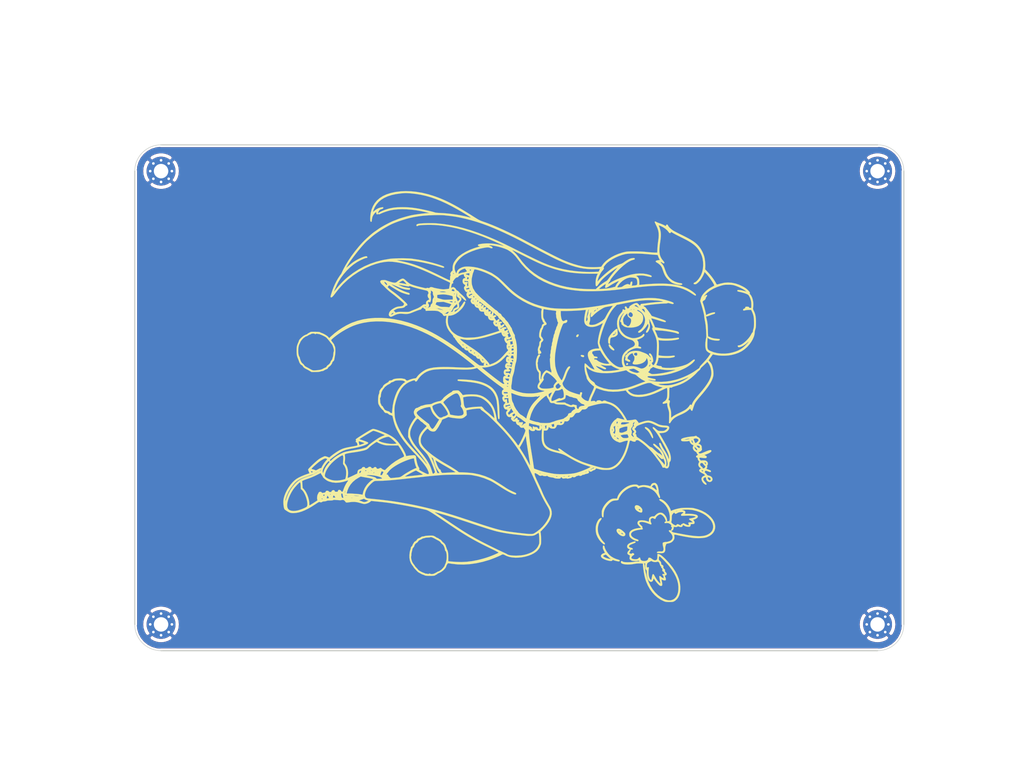
<source format=kicad_pcb>
(kicad_pcb (version 20171130) (host pcbnew "(5.1.4)-1")
  (layers (0 F.Cu signal) (31 B.Cu signal) (34 B.Paste user) (35 F.Paste user) (36 B.SilkS user) (37 F.SilkS user) (38 B.Mask user) (39 F.Mask user) (44 Edge.Cuts user))
  (net 0 "")
  (net 1 Earth)
  (module Project-Parts:silk (layer F.Cu) (at 245 179.5 270)
    (fp_text reference G*** hide)
    (fp_text value LOGO hide)
  )
  (module MountingHole:MountingHole_2.2mm_M2_Pad_Via (layer F.Cu) (at 190.5 145)
    (fp_text reference H4 hide)
    (fp_text value MountingHole_Pad)
    (pad 1 thru_hole circle (at 1.166726 -1.166726) (size 0.7 0.7) (drill 0.4) (layers *.Cu *.Mask) (net 1 Earth))
    (pad 1 thru_hole circle (at 0 -1.65) (size 0.7 0.7) (drill 0.4) (layers *.Cu *.Mask) (net 1 Earth))
    (pad 1 thru_hole circle (at -1.166726 -1.166726) (size 0.7 0.7) (drill 0.4) (layers *.Cu *.Mask) (net 1 Earth))
    (pad 1 thru_hole circle (at -1.65 0) (size 0.7 0.7) (drill 0.4) (layers *.Cu *.Mask) (net 1 Earth))
    (pad 1 thru_hole circle (at -1.166726 1.166726) (size 0.7 0.7) (drill 0.4) (layers *.Cu *.Mask) (net 1 Earth))
    (pad 1 thru_hole circle (at 0 1.65) (size 0.7 0.7) (drill 0.4) (layers *.Cu *.Mask) (net 1 Earth))
    (pad 1 thru_hole circle (at 1.166726 1.166726) (size 0.7 0.7) (drill 0.4) (layers *.Cu *.Mask) (net 1 Earth))
    (pad 1 thru_hole circle (at 1.65 0) (size 0.7 0.7) (drill 0.4) (layers *.Cu *.Mask) (net 1 Earth))
    (pad 1 thru_hole circle (at 0 0) (size 4.4 4.4) (drill 2.2) (layers *.Cu *.Mask) (net 1 Earth))
  )
  (module MountingHole:MountingHole_2.2mm_M2_Pad_Via (layer F.Cu) (at 190.5 214)
    (fp_text reference H3 hide)
    (fp_text value MountingHole_Pad)
    (pad 1 thru_hole circle (at 1.166726 -1.166726) (size 0.7 0.7) (drill 0.4) (layers *.Cu *.Mask) (net 1 Earth))
    (pad 1 thru_hole circle (at 0 -1.65) (size 0.7 0.7) (drill 0.4) (layers *.Cu *.Mask) (net 1 Earth))
    (pad 1 thru_hole circle (at -1.166726 -1.166726) (size 0.7 0.7) (drill 0.4) (layers *.Cu *.Mask) (net 1 Earth))
    (pad 1 thru_hole circle (at -1.65 0) (size 0.7 0.7) (drill 0.4) (layers *.Cu *.Mask) (net 1 Earth))
    (pad 1 thru_hole circle (at -1.166726 1.166726) (size 0.7 0.7) (drill 0.4) (layers *.Cu *.Mask) (net 1 Earth))
    (pad 1 thru_hole circle (at 0 1.65) (size 0.7 0.7) (drill 0.4) (layers *.Cu *.Mask) (net 1 Earth))
    (pad 1 thru_hole circle (at 1.166726 1.166726) (size 0.7 0.7) (drill 0.4) (layers *.Cu *.Mask) (net 1 Earth))
    (pad 1 thru_hole circle (at 1.65 0) (size 0.7 0.7) (drill 0.4) (layers *.Cu *.Mask) (net 1 Earth))
    (pad 1 thru_hole circle (at 0 0) (size 4.4 4.4) (drill 2.2) (layers *.Cu *.Mask) (net 1 Earth))
  )
  (module MountingHole:MountingHole_2.2mm_M2_Pad_Via (layer F.Cu) (at 299.5 214)
    (fp_text reference H2 hide)
    (fp_text value MountingHole_Pad)
    (pad 1 thru_hole circle (at 1.166726 -1.166726) (size 0.7 0.7) (drill 0.4) (layers *.Cu *.Mask) (net 1 Earth))
    (pad 1 thru_hole circle (at 0 -1.65) (size 0.7 0.7) (drill 0.4) (layers *.Cu *.Mask) (net 1 Earth))
    (pad 1 thru_hole circle (at -1.166726 -1.166726) (size 0.7 0.7) (drill 0.4) (layers *.Cu *.Mask) (net 1 Earth))
    (pad 1 thru_hole circle (at -1.65 0) (size 0.7 0.7) (drill 0.4) (layers *.Cu *.Mask) (net 1 Earth))
    (pad 1 thru_hole circle (at -1.166726 1.166726) (size 0.7 0.7) (drill 0.4) (layers *.Cu *.Mask) (net 1 Earth))
    (pad 1 thru_hole circle (at 0 1.65) (size 0.7 0.7) (drill 0.4) (layers *.Cu *.Mask) (net 1 Earth))
    (pad 1 thru_hole circle (at 1.166726 1.166726) (size 0.7 0.7) (drill 0.4) (layers *.Cu *.Mask) (net 1 Earth))
    (pad 1 thru_hole circle (at 1.65 0) (size 0.7 0.7) (drill 0.4) (layers *.Cu *.Mask) (net 1 Earth))
    (pad 1 thru_hole circle (at 0 0) (size 4.4 4.4) (drill 2.2) (layers *.Cu *.Mask) (net 1 Earth))
  )
  (module MountingHole:MountingHole_2.2mm_M2_Pad_Via (layer F.Cu) (at 299.5 145)
    (fp_text reference H1 hide)
    (fp_text value MountingHole_Pad)
    (pad 1 thru_hole circle (at 1.166726 -1.166726) (size 0.7 0.7) (drill 0.4) (layers *.Cu *.Mask) (net 1 Earth))
    (pad 1 thru_hole circle (at 0 -1.65) (size 0.7 0.7) (drill 0.4) (layers *.Cu *.Mask) (net 1 Earth))
    (pad 1 thru_hole circle (at -1.166726 -1.166726) (size 0.7 0.7) (drill 0.4) (layers *.Cu *.Mask) (net 1 Earth))
    (pad 1 thru_hole circle (at -1.65 0) (size 0.7 0.7) (drill 0.4) (layers *.Cu *.Mask) (net 1 Earth))
    (pad 1 thru_hole circle (at -1.166726 1.166726) (size 0.7 0.7) (drill 0.4) (layers *.Cu *.Mask) (net 1 Earth))
    (pad 1 thru_hole circle (at 0 1.65) (size 0.7 0.7) (drill 0.4) (layers *.Cu *.Mask) (net 1 Earth))
    (pad 1 thru_hole circle (at 1.166726 1.166726) (size 0.7 0.7) (drill 0.4) (layers *.Cu *.Mask) (net 1 Earth))
    (pad 1 thru_hole circle (at 1.65 0) (size 0.7 0.7) (drill 0.4) (layers *.Cu *.Mask) (net 1 Earth))
    (pad 1 thru_hole circle (at 0 0) (size 4.4 4.4) (drill 2.2) (layers *.Cu *.Mask) (net 1 Earth))
  )
  (gr_arc (start 299.5 145) (end 303.5 145) (angle -90) (layer Edge.Cuts) (width 0.1))
  (gr_arc (start 299.5 214) (end 299.5 218) (angle -90) (layer Edge.Cuts) (width 0.1))
  (gr_arc (start 190.5 214) (end 186.5 214) (angle -90) (layer Edge.Cuts) (width 0.1))
  (gr_arc (start 190.5 145) (end 190.5 141) (angle -90) (layer Edge.Cuts) (width 0.1))
  (gr_line (start 190.5 141) (end 299.5 141) (layer Edge.Cuts) (width 0.2))
  (gr_line (start 303.5 145) (end 303.5 214) (layer Edge.Cuts) (width 0.2))
  (gr_line (start 299.5 218) (end 190.5 218) (layer Edge.Cuts) (width 0.2))
  (gr_line (start 186.5 214) (end 186.5 145) (layer Edge.Cuts) (width 0.2))
  (zone (net 1) (net_name Earth) (layer B.Cu) (connect_pads (clearance 0.254)) (min_thickness 0.254) (fill yes (arc_segments 32) (thermal_gap 0.508) (thermal_bridge_width 0.508))
    (polygon (pts (xy 166.1 118.95) (xy 321.8 118.95) (xy 321.8 236.2) (xy 166.2 236.2)))
  )
  (zone (net 1) (net_name Earth) (layer F.Cu) (connect_pads (clearance 0.254)) (min_thickness 0.254) (fill yes (arc_segments 32) (thermal_gap 0.508) (thermal_bridge_width 0.508))
    (polygon (pts (xy 166 118.95) (xy 321.7 118.95) (xy 321.7 236.2) (xy 166.1 236.2)))
  )
)
</source>
